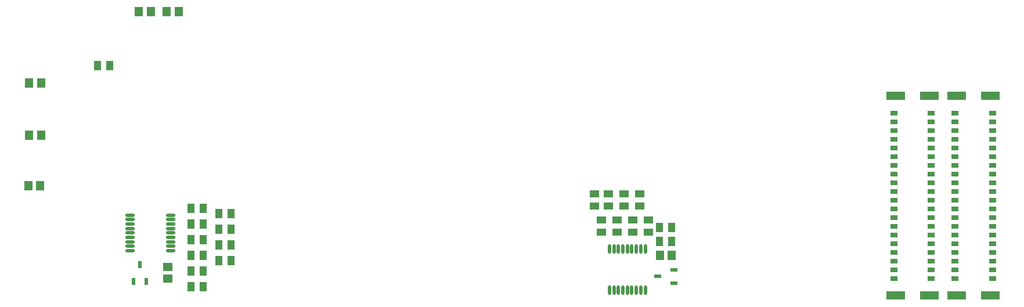
<source format=gbp>
G04*
G04 #@! TF.GenerationSoftware,Altium Limited,Altium Designer,18.0.12 (696)*
G04*
G04 Layer_Color=128*
%FSLAX25Y25*%
%MOIN*%
G70*
G01*
G75*
%ADD16R,0.03937X0.02362*%
%ADD17R,0.02362X0.03937*%
%ADD21R,0.04528X0.05512*%
%ADD23R,0.04449X0.05591*%
%ADD29R,0.05512X0.04724*%
%ADD30R,0.04724X0.05512*%
%ADD69O,0.01772X0.05512*%
%ADD70O,0.05512X0.01772*%
%ADD71R,0.05591X0.04449*%
%ADD72R,0.04331X0.03150*%
%ADD73R,0.10630X0.04724*%
D16*
X512276Y186000D02*
D03*
X521724Y182260D02*
D03*
Y189740D02*
D03*
D17*
X215000Y192724D02*
D03*
X211260Y183276D02*
D03*
X218740D02*
D03*
D21*
X230555Y338000D02*
D03*
X237445D02*
D03*
X214555D02*
D03*
X221445D02*
D03*
X158445Y297000D02*
D03*
X151555D02*
D03*
X157890Y238000D02*
D03*
X151000D02*
D03*
X158445Y267000D02*
D03*
X151555D02*
D03*
D23*
X190816Y307100D02*
D03*
X197784D02*
D03*
X520484Y206000D02*
D03*
X513516D02*
D03*
X520484Y214000D02*
D03*
X513516D02*
D03*
X251484Y189000D02*
D03*
X244516D02*
D03*
X251484Y180000D02*
D03*
X244516D02*
D03*
X267484Y195000D02*
D03*
X260516D02*
D03*
X251484Y198000D02*
D03*
X244516D02*
D03*
X267484Y204000D02*
D03*
X260516D02*
D03*
X251484Y207000D02*
D03*
X244516D02*
D03*
X267484Y213000D02*
D03*
X260516D02*
D03*
X251484Y216000D02*
D03*
X244516D02*
D03*
X267484Y222000D02*
D03*
X260516D02*
D03*
X251484Y225000D02*
D03*
X244516D02*
D03*
D29*
X231000Y191346D02*
D03*
Y184654D02*
D03*
D30*
X513654Y198000D02*
D03*
X520346D02*
D03*
D69*
X505236Y178287D02*
D03*
X502677D02*
D03*
X500118D02*
D03*
X497559D02*
D03*
X495000D02*
D03*
X492441D02*
D03*
X489882D02*
D03*
X487323D02*
D03*
X484764D02*
D03*
X505236Y201713D02*
D03*
X502677D02*
D03*
X500118D02*
D03*
X497559D02*
D03*
X495000D02*
D03*
X492441D02*
D03*
X489882D02*
D03*
X487323D02*
D03*
X484764D02*
D03*
D70*
X209287Y200764D02*
D03*
Y203323D02*
D03*
Y205882D02*
D03*
Y208441D02*
D03*
Y211000D02*
D03*
Y213559D02*
D03*
Y216118D02*
D03*
Y218677D02*
D03*
Y221236D02*
D03*
X232713Y200764D02*
D03*
Y203323D02*
D03*
Y205882D02*
D03*
Y208441D02*
D03*
Y211000D02*
D03*
Y213559D02*
D03*
Y216118D02*
D03*
Y218677D02*
D03*
Y221236D02*
D03*
D71*
X507000Y218484D02*
D03*
Y211516D02*
D03*
X502000Y233484D02*
D03*
Y226516D02*
D03*
X498000Y218484D02*
D03*
Y211516D02*
D03*
X493000Y233484D02*
D03*
Y226516D02*
D03*
X489000Y218484D02*
D03*
Y211516D02*
D03*
X484000Y233484D02*
D03*
Y226516D02*
D03*
X480000Y218484D02*
D03*
Y211516D02*
D03*
X476000Y233484D02*
D03*
Y226516D02*
D03*
D72*
X704657Y279864D02*
D03*
X683003D02*
D03*
X704657Y274864D02*
D03*
X683003D02*
D03*
X704657Y269864D02*
D03*
X683003D02*
D03*
X704657Y264864D02*
D03*
X683003D02*
D03*
X704657Y259864D02*
D03*
X683003D02*
D03*
X704657Y254864D02*
D03*
X683003D02*
D03*
X704657Y249864D02*
D03*
X683003D02*
D03*
X704657Y244864D02*
D03*
X683003D02*
D03*
X704657Y239864D02*
D03*
X683003D02*
D03*
X704657Y234864D02*
D03*
X683003D02*
D03*
Y229864D02*
D03*
X704657D02*
D03*
X683003Y224864D02*
D03*
X704657D02*
D03*
X683003Y219864D02*
D03*
X704657D02*
D03*
Y214864D02*
D03*
X683003D02*
D03*
X704657Y209864D02*
D03*
X683003D02*
D03*
X704657Y204864D02*
D03*
X683003D02*
D03*
X704657Y199864D02*
D03*
X683003D02*
D03*
X704657Y194864D02*
D03*
X683003D02*
D03*
X704657Y189864D02*
D03*
X683003D02*
D03*
X704657Y184864D02*
D03*
X683003D02*
D03*
X669557Y279864D02*
D03*
X647903D02*
D03*
X669557Y274864D02*
D03*
X647903D02*
D03*
X669557Y269864D02*
D03*
X647903D02*
D03*
X669557Y264864D02*
D03*
X647903D02*
D03*
X669557Y259864D02*
D03*
X647903D02*
D03*
X669557Y254864D02*
D03*
X647903D02*
D03*
X669557Y249864D02*
D03*
X647903D02*
D03*
X669557Y244864D02*
D03*
X647903D02*
D03*
X669557Y239864D02*
D03*
X647903D02*
D03*
X669557Y234864D02*
D03*
X647903D02*
D03*
Y229864D02*
D03*
X669557D02*
D03*
X647903Y224864D02*
D03*
X669557D02*
D03*
X647903Y219864D02*
D03*
X669557D02*
D03*
Y214864D02*
D03*
X647903D02*
D03*
X669557Y209864D02*
D03*
X647903D02*
D03*
X669557Y204864D02*
D03*
X647903D02*
D03*
X669557Y199864D02*
D03*
X647903D02*
D03*
X669557Y194864D02*
D03*
X647903D02*
D03*
X669557Y189864D02*
D03*
X647903D02*
D03*
X669557Y184864D02*
D03*
X647903D02*
D03*
D73*
X684185Y289687D02*
D03*
Y175041D02*
D03*
X703476D02*
D03*
Y289687D02*
D03*
X649085D02*
D03*
Y175041D02*
D03*
X668376D02*
D03*
Y289687D02*
D03*
M02*

</source>
